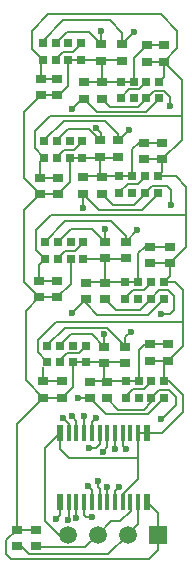
<source format=gtl>
%FSLAX44Y44*%
%MOMM*%
G71*
G01*
G75*
G04 Layer_Physical_Order=1*
G04 Layer_Color=255*
%ADD10R,0.7250X0.7000*%
%ADD11R,0.9000X0.8000*%
%ADD12R,0.6000X1.3500*%
%ADD13R,0.4000X1.3500*%
%ADD14C,0.2000*%
%ADD15C,1.5000*%
%ADD16R,1.5000X1.5000*%
%ADD17C,0.6000*%
D10*
X560840Y946150D02*
D03*
X571590D02*
D03*
X582340D02*
D03*
X593090D02*
D03*
X560840Y960150D02*
D03*
X571590D02*
D03*
X582340D02*
D03*
X593090D02*
D03*
X659525Y930290D02*
D03*
X648775D02*
D03*
X638025D02*
D03*
X627275D02*
D03*
X659525Y916290D02*
D03*
X648775D02*
D03*
X638025D02*
D03*
X627275D02*
D03*
X659130Y1014080D02*
D03*
X648380D02*
D03*
X637630D02*
D03*
X626880D02*
D03*
X659130Y1000080D02*
D03*
X648380D02*
D03*
X637630D02*
D03*
X626880D02*
D03*
X558858Y1033780D02*
D03*
X569608D02*
D03*
X580358D02*
D03*
X591108D02*
D03*
X558858Y1047780D02*
D03*
X569608D02*
D03*
X580358D02*
D03*
X591108D02*
D03*
X558210Y1119527D02*
D03*
X568960D02*
D03*
X579710D02*
D03*
X590460D02*
D03*
X558210Y1133527D02*
D03*
X568960D02*
D03*
X579710D02*
D03*
X590460D02*
D03*
X557030Y1202070D02*
D03*
X567780D02*
D03*
X578530D02*
D03*
X589280D02*
D03*
X557030Y1216070D02*
D03*
X567780D02*
D03*
X578530D02*
D03*
X589280D02*
D03*
X655320Y1183670D02*
D03*
X644570D02*
D03*
X633820D02*
D03*
X623070D02*
D03*
X655320Y1169670D02*
D03*
X644570D02*
D03*
X633820D02*
D03*
X623070D02*
D03*
X654050Y1103630D02*
D03*
X643300D02*
D03*
X632550D02*
D03*
X621800D02*
D03*
X654050Y1089630D02*
D03*
X643300D02*
D03*
X632550D02*
D03*
X621800D02*
D03*
D11*
X591820Y1183050D02*
D03*
Y1169050D02*
D03*
X607060Y1183050D02*
D03*
Y1169050D02*
D03*
X659130Y1200800D02*
D03*
Y1214800D02*
D03*
X645160Y1200800D02*
D03*
Y1214800D02*
D03*
X596900Y915670D02*
D03*
Y929670D02*
D03*
X620440Y1134147D02*
D03*
Y1120147D02*
D03*
X569640Y1102397D02*
D03*
Y1088397D02*
D03*
X554400Y1102397D02*
D03*
Y1088397D02*
D03*
X590550Y1103010D02*
D03*
Y1089010D02*
D03*
X607060Y1103010D02*
D03*
Y1089010D02*
D03*
X642620Y1118220D02*
D03*
Y1132220D02*
D03*
X657860Y1118220D02*
D03*
Y1132220D02*
D03*
X569018Y1015380D02*
D03*
Y1001380D02*
D03*
X553778Y1015380D02*
D03*
Y1001380D02*
D03*
X627438Y1048400D02*
D03*
Y1034400D02*
D03*
X609658Y1048400D02*
D03*
Y1034400D02*
D03*
X593090Y999460D02*
D03*
Y1013460D02*
D03*
X609600Y999460D02*
D03*
Y1013460D02*
D03*
X664210Y1029940D02*
D03*
Y1043940D02*
D03*
X647700Y1029940D02*
D03*
Y1043940D02*
D03*
X573540Y930290D02*
D03*
Y916290D02*
D03*
X557030Y930290D02*
D03*
Y916290D02*
D03*
X662940Y947420D02*
D03*
Y961420D02*
D03*
X624340Y1201420D02*
D03*
Y1215420D02*
D03*
X606560Y1201420D02*
D03*
Y1215420D02*
D03*
X605200Y1134147D02*
D03*
Y1120147D02*
D03*
X626880Y959500D02*
D03*
Y945500D02*
D03*
X609100Y959500D02*
D03*
Y945500D02*
D03*
X610870Y915670D02*
D03*
Y929670D02*
D03*
X534670Y790560D02*
D03*
Y804560D02*
D03*
X551180Y790560D02*
D03*
Y804560D02*
D03*
X568960Y1186210D02*
D03*
Y1172210D02*
D03*
X554990Y1186210D02*
D03*
Y1172210D02*
D03*
X647700Y947420D02*
D03*
Y961420D02*
D03*
D12*
X571390Y827960D02*
D03*
X644890D02*
D03*
X571390Y886460D02*
D03*
X644890D02*
D03*
D13*
X578890Y827960D02*
D03*
X585390D02*
D03*
X591890D02*
D03*
X598390D02*
D03*
X604890D02*
D03*
X611390D02*
D03*
X617890D02*
D03*
X624390D02*
D03*
X630890D02*
D03*
X637390D02*
D03*
X578890Y886460D02*
D03*
X585390D02*
D03*
X591890D02*
D03*
X598390D02*
D03*
X604890D02*
D03*
X611390D02*
D03*
X617890D02*
D03*
X624390D02*
D03*
X630890D02*
D03*
X637390D02*
D03*
D14*
X534670Y893930D02*
X557030Y916290D01*
X534670Y804560D02*
Y893930D01*
X605200Y1134147D02*
X605790Y1134737D01*
Y1140460D01*
X601980Y1144270D02*
X605790Y1140460D01*
X656590Y986790D02*
X664210D01*
X668020Y990600D01*
X578890Y813840D02*
Y827960D01*
X593090Y815340D02*
X595630D01*
X591890Y816540D02*
X593090Y815340D01*
X591890Y816540D02*
Y827960D01*
X568325Y813435D02*
X571390Y816500D01*
X603250Y840740D02*
Y845820D01*
X637390Y847453D02*
Y886460D01*
X579120Y864870D02*
X637390D01*
X571390Y872600D02*
X579120Y864870D01*
X595630Y873760D02*
X601980D01*
X659130Y1200800D02*
X674370Y1185560D01*
Y1134730D02*
Y1185560D01*
X657860Y1118220D02*
X674370Y1134730D01*
X586740Y915670D02*
X596900D01*
X657860Y897890D02*
X669650Y909680D01*
Y916940D01*
X663755Y922835D02*
X669650Y916940D01*
X655320Y922835D02*
X663755D01*
X648775Y916290D02*
X655320Y922835D01*
X659525Y930290D02*
X663560D01*
X675640Y918210D01*
Y904240D02*
Y918210D01*
X657860Y886460D02*
X675640Y904240D01*
Y960120D02*
Y1007110D01*
X662940Y947420D02*
X675640Y960120D01*
X668670Y1014080D02*
X675640Y1007110D01*
X668020Y990600D02*
Y1002030D01*
X663030Y1007020D02*
X668020Y1002030D01*
X655320Y1007020D02*
X663030D01*
X659130Y1014080D02*
X668670D01*
X648380Y1000080D02*
X655320Y1007020D01*
X665480Y1079500D02*
Y1092200D01*
X662250Y1095430D02*
X665480Y1092200D01*
X649472Y1095430D02*
X662250D01*
X669290Y1103630D02*
X678180Y1094740D01*
X654050Y1103630D02*
X669290D01*
X643672Y1089630D02*
X649472Y1095430D01*
X643300Y1089630D02*
X643672D01*
X664210Y1163320D02*
Y1171158D01*
X659898Y1175470D02*
X664210Y1171158D01*
X650742Y1175470D02*
X659898D01*
X644942Y1169670D02*
X650742Y1175470D01*
X644570Y1169670D02*
X644942D01*
X626880Y960120D02*
Y967240D01*
Y959500D02*
Y960120D01*
Y967240D02*
X631190Y971550D01*
X609100Y959500D02*
Y969780D01*
X581690Y988060D02*
X593090Y999460D01*
X627438Y1048400D02*
X636948Y1057910D01*
X609658Y1048400D02*
Y1059122D01*
X654050Y1089012D02*
Y1089630D01*
X590550Y1076960D02*
Y1089010D01*
X621067Y1134147D02*
X629920Y1143000D01*
X620440Y1134147D02*
X621067D01*
X620440D02*
Y1139780D01*
X581660Y1160780D02*
X589930Y1169050D01*
X591820D01*
X624340Y1215420D02*
X634470Y1225550D01*
X607695Y870585D02*
X611390Y874280D01*
Y886460D01*
X581660Y900430D02*
X585390Y896700D01*
Y886460D02*
Y896700D01*
X606560Y1215420D02*
Y1226320D01*
X574040Y899160D02*
X578890Y894310D01*
Y886460D02*
Y894310D01*
X644890Y886460D02*
X657860D01*
X624390Y875480D02*
X627380Y872490D01*
X624390Y875480D02*
Y886460D01*
X617890Y873160D02*
Y886460D01*
X601980Y873760D02*
X604890Y876670D01*
Y886460D01*
X598390Y895570D02*
X601980Y899160D01*
X598390Y886460D02*
Y895570D01*
X617890Y837600D02*
X621030Y840740D01*
X617890Y827960D02*
Y837600D01*
X611390Y827960D02*
Y840220D01*
X603250Y840740D02*
X604890Y839100D01*
Y827960D02*
Y839100D01*
X594995Y841375D02*
X598390Y837980D01*
Y827960D02*
Y837980D01*
X585390Y814150D02*
Y827960D01*
X591890Y886460D02*
Y900360D01*
X571390Y816500D02*
Y827960D01*
X624340Y1215420D02*
Y1224780D01*
X613410Y1235710D02*
X624340Y1224780D01*
X656590Y1240790D02*
X670560Y1226820D01*
X561340Y1240790D02*
X656590D01*
X547370Y1226820D02*
X561340Y1240790D01*
X574160Y1235710D02*
X613410D01*
X557030Y1218580D02*
X574160Y1235710D01*
X609600Y1150620D02*
X620440Y1139780D01*
X574685Y1150620D02*
X609600D01*
X558210Y1134145D02*
X574685Y1150620D01*
X549910Y1141730D02*
X562610Y1154430D01*
X674370D01*
X637758Y1162240D02*
X644570Y1169052D01*
X613870Y1162240D02*
X637758D01*
X607060Y1169050D02*
X613870Y1162240D01*
X644508Y1158240D02*
X655320Y1169052D01*
X602630Y1158240D02*
X644508D01*
X591820Y1169050D02*
X602630Y1158240D01*
X627438Y1048400D02*
Y1052772D01*
X614680Y1065530D02*
X627438Y1052772D01*
X575990Y1065530D02*
X614680D01*
X570230Y800100D02*
X577850D01*
X558800Y811530D02*
X570230Y800100D01*
X558800Y811530D02*
Y873870D01*
X571390Y886460D01*
X624390Y834453D02*
X637390Y847453D01*
X624390Y827960D02*
Y834453D01*
X630890Y827960D02*
X631190Y827660D01*
Y820420D02*
Y827660D01*
X628650Y800400D02*
X637390Y809140D01*
Y827960D01*
X622600Y811830D02*
X631190Y820420D01*
X614680Y811530D02*
X622300D01*
X603250Y800100D02*
X614680Y811530D01*
X592750Y789600D02*
X603250Y800100D01*
X552140Y789600D02*
X592750D01*
X551180Y790560D02*
X552140Y789600D01*
X612110Y783560D02*
X628650Y800100D01*
X545437Y783560D02*
X612110D01*
X538437Y790560D02*
X545437Y783560D01*
X534670Y790560D02*
X538437D01*
X644890Y827960D02*
X654050Y818800D01*
Y787120D02*
Y818800D01*
X534670Y804560D02*
X551180D01*
X525500Y795390D02*
X534670Y804560D01*
X525500Y783590D02*
Y795390D01*
Y783590D02*
X529590Y779500D01*
X646430D01*
X654050Y787120D01*
X571390Y872600D02*
Y886460D01*
X646013Y902160D02*
X659525Y915672D01*
X610410Y902160D02*
X646013D01*
X596900Y915670D02*
X610410Y902160D01*
X637390Y886460D02*
X644890D01*
X567690Y980440D02*
X675640D01*
X552450Y965200D02*
X567690Y980440D01*
X552450Y954540D02*
Y965200D01*
Y954540D02*
X560840Y946150D01*
X678180Y1070610D02*
Y1094740D01*
Y1043910D02*
Y1070610D01*
X563880D02*
X678180D01*
X551180Y1057910D02*
X563880Y1070610D01*
X640538Y1075500D02*
X654050Y1089012D01*
X604060Y1075500D02*
X640538D01*
X590550Y1089010D02*
X604060Y1075500D01*
X551180Y1041458D02*
Y1057910D01*
Y1041458D02*
X558858Y1033780D01*
X547370Y1211730D02*
X557030Y1202070D01*
X547370Y1211730D02*
Y1226820D01*
X670560Y1212230D02*
Y1226820D01*
X659130Y1200800D02*
X670560Y1212230D01*
X664210Y1029940D02*
X678180Y1043910D01*
X549910Y1127827D02*
X558210Y1119527D01*
X549910Y1127827D02*
Y1141730D01*
X542290Y931030D02*
X557030Y916290D01*
X542290Y931030D02*
Y989892D01*
X553778Y1001380D01*
X541020Y1014138D02*
X553778Y1001380D01*
X541020Y1014138D02*
Y1075017D01*
X554400Y1088397D01*
X541020Y1101777D02*
X554400Y1088397D01*
X541020Y1101777D02*
Y1158240D01*
X554990Y1172210D01*
X593090Y946150D02*
X626230D01*
X597520Y930290D02*
X627275D01*
X609100Y932060D02*
Y945500D01*
X609658Y1033780D02*
X626818D01*
X591108D02*
X609658D01*
X593710Y1014080D02*
X626880D01*
X609658Y1033780D02*
Y1034400D01*
Y1014138D02*
Y1033780D01*
X605200Y1119527D02*
X619820D01*
X590460D02*
X605200D01*
X591170Y1103630D02*
X621800D01*
X605200Y1119527D02*
Y1120147D01*
Y1104870D02*
Y1119527D01*
X589280Y1202070D02*
X620770D01*
X607060Y1183670D02*
X623070D01*
X592440D02*
X607060D01*
Y1201570D01*
Y1183050D02*
Y1183670D01*
X554990Y1200030D02*
X557030Y1202070D01*
X554990Y1186210D02*
Y1200030D01*
Y1186210D02*
X568960D01*
X578530Y1179890D02*
Y1202070D01*
X570850Y1172210D02*
X578530Y1179890D01*
X568960Y1172210D02*
X570850D01*
X554990D02*
X568960D01*
X655320Y1169052D02*
Y1169670D01*
X623070Y1183670D02*
X633820D01*
Y1203460D01*
X645160Y1214800D01*
X659130D01*
X623070Y1170320D02*
X629920Y1177170D01*
X638688D01*
X644570Y1183052D01*
Y1183670D01*
X655320D02*
X659130Y1187480D01*
Y1200800D01*
X645160D02*
X659130D01*
X583578Y1126027D02*
X590460Y1132909D01*
X574842Y1126027D02*
X583578D01*
X568960Y1120145D02*
X574842Y1126027D01*
X568960Y1119527D02*
Y1120145D01*
X554400Y1115717D02*
X558210Y1119527D01*
X554400Y1102397D02*
Y1115717D01*
Y1102397D02*
X569640D01*
X558210Y1133527D02*
Y1134145D01*
X568960D02*
X578472Y1143657D01*
X595690D01*
X605200Y1134147D01*
X579710Y1119527D02*
X590460D01*
X579710Y1098467D02*
Y1119527D01*
X569640Y1088397D02*
X579710Y1098467D01*
X554400Y1088397D02*
X569640D01*
X621800Y1090280D02*
X628650Y1097130D01*
X637418D01*
X643300Y1103012D01*
Y1103630D01*
X657860Y1107440D02*
Y1118220D01*
X642620D02*
X657860D01*
X621800Y1103630D02*
X632550D01*
Y1126580D01*
X638190Y1132220D01*
X642620D01*
X657860D01*
X607060Y1089010D02*
X616570Y1079500D01*
X633730D01*
X637360Y1083130D01*
X637418D01*
X643300Y1089012D01*
Y1089630D01*
X584225Y1040280D02*
X591108Y1047162D01*
X575490Y1040280D02*
X584225D01*
X569608Y1034398D02*
X575490Y1040280D01*
X569608Y1033780D02*
Y1034398D01*
X598878Y1059180D02*
X609658Y1048400D01*
X580390Y1059180D02*
X598878D01*
X569608Y1048398D02*
X580390Y1059180D01*
X569608Y1047780D02*
Y1048398D01*
X558858D02*
X575990Y1065530D01*
X558858Y1047780D02*
Y1048398D01*
X553778Y1028700D02*
X558858Y1033780D01*
X553778Y1015380D02*
Y1028700D01*
Y1015380D02*
X569018D01*
X553778Y1001380D02*
X569018D01*
X580358Y1012720D01*
Y1033780D01*
X626880Y1000880D02*
X633580Y1007580D01*
X642498D01*
X648380Y1013462D01*
Y1014080D01*
X647700Y1029940D02*
X664210D01*
Y1019160D02*
Y1029940D01*
X659130Y1014080D02*
X664210Y1019160D01*
X659130Y999462D02*
Y1000080D01*
X646238Y986570D02*
X659130Y999462D01*
X602820Y986570D02*
X646238D01*
X593090Y996300D02*
X602820Y986570D01*
X593090Y996300D02*
Y999460D01*
X648380Y999462D02*
Y1000080D01*
X639488Y990570D02*
X648380Y999462D01*
X618490Y990570D02*
X639488D01*
X609600Y999460D02*
X618490Y990570D01*
X626880Y1014080D02*
X637630D01*
Y1038300D01*
X643270Y1043940D01*
X647700D01*
X664210D01*
X571590Y948008D02*
X577352Y953770D01*
X577472Y953650D01*
X587208D01*
X593090Y959532D01*
Y960150D01*
X560840Y960768D02*
X575432Y975360D01*
X611640D01*
X626880Y960120D01*
X571590Y960768D02*
X581102Y970280D01*
X598320D01*
X609100Y959500D01*
X557030Y916290D02*
X573540D01*
X582340Y925090D01*
Y946150D01*
X557030Y930290D02*
Y942340D01*
Y930290D02*
X573540D01*
X582340Y946150D02*
X593090D01*
X647700Y947420D02*
X662940D01*
X659525Y944005D02*
X662940Y947420D01*
X659525Y930290D02*
Y944005D01*
X642620Y906160D02*
X648775Y912315D01*
X620380Y906160D02*
X642620D01*
X610870Y915670D02*
X620380Y906160D01*
X627275Y930290D02*
X638025D01*
X642893Y923790D02*
X648775Y929672D01*
X633097Y923790D02*
X642893D01*
X627275Y917968D02*
X633097Y923790D01*
X627275Y916290D02*
Y917968D01*
X638025Y930290D02*
Y956175D01*
X643270Y961420D01*
X647700D01*
X662940D01*
X567780Y1202688D02*
X573662Y1208570D01*
X582430D01*
X589280Y1215420D01*
Y1216070D01*
X557030D02*
Y1218580D01*
X567780Y1216688D02*
X577292Y1226200D01*
X595780D01*
X606560Y1215420D01*
X578530Y1202070D02*
X589280D01*
D15*
X577850Y800100D02*
D03*
X603250D02*
D03*
X628650D02*
D03*
D16*
X654050D02*
D03*
D17*
X656590Y897890D02*
D03*
X577850Y812800D02*
D03*
X585390Y814150D02*
D03*
X598170Y815340D02*
D03*
X568325Y813435D02*
D03*
X603250Y845820D02*
D03*
X586740Y915670D02*
D03*
X656590Y986790D02*
D03*
X665480Y1079500D02*
D03*
X664210Y1163320D02*
D03*
X607695Y870585D02*
D03*
X581660Y900430D02*
D03*
X595630Y873760D02*
D03*
X574040Y899160D02*
D03*
X621030Y840740D02*
D03*
X611390Y840220D02*
D03*
X594995Y841375D02*
D03*
X627380Y872490D02*
D03*
X617890Y873160D02*
D03*
X601980Y899160D02*
D03*
X591890Y900360D02*
D03*
X631190Y971550D02*
D03*
X609100Y969780D02*
D03*
X581690Y988060D02*
D03*
X636948Y1057910D02*
D03*
X609658Y1059122D02*
D03*
X629920Y1143000D02*
D03*
X601980Y1144270D02*
D03*
X590550Y1076960D02*
D03*
X581660Y1160780D02*
D03*
X634470Y1225550D02*
D03*
X606560Y1226320D02*
D03*
M02*

</source>
